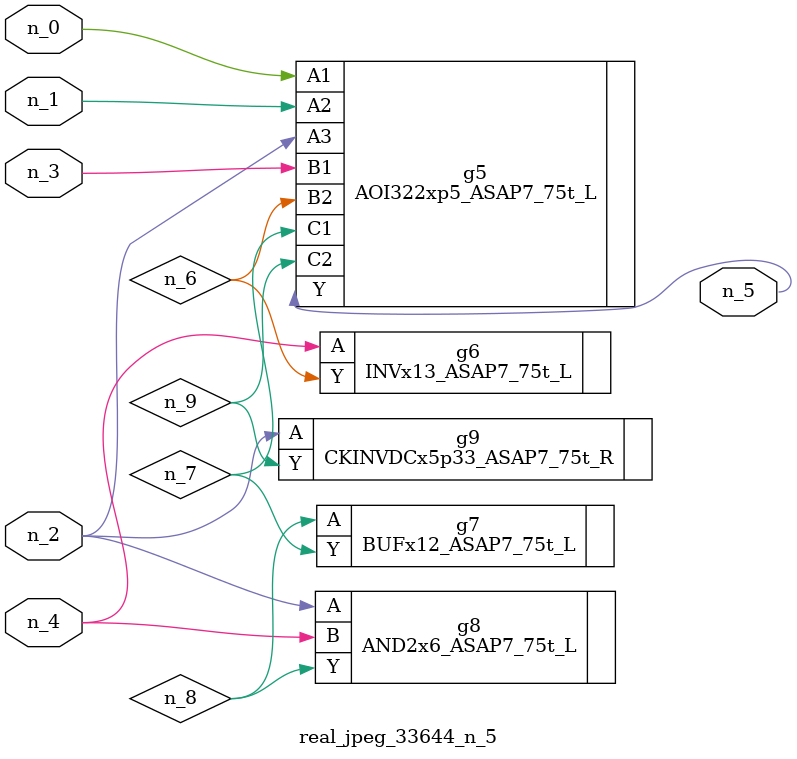
<source format=v>
module real_jpeg_33644_n_5 (n_4, n_0, n_1, n_2, n_3, n_5);

input n_4;
input n_0;
input n_1;
input n_2;
input n_3;

output n_5;

wire n_8;
wire n_6;
wire n_7;
wire n_9;

AOI322xp5_ASAP7_75t_L g5 ( 
.A1(n_0),
.A2(n_1),
.A3(n_2),
.B1(n_3),
.B2(n_6),
.C1(n_7),
.C2(n_9),
.Y(n_5)
);

AND2x6_ASAP7_75t_L g8 ( 
.A(n_2),
.B(n_4),
.Y(n_8)
);

CKINVDCx5p33_ASAP7_75t_R g9 ( 
.A(n_2),
.Y(n_9)
);

INVx13_ASAP7_75t_L g6 ( 
.A(n_4),
.Y(n_6)
);

BUFx12_ASAP7_75t_L g7 ( 
.A(n_8),
.Y(n_7)
);


endmodule
</source>
